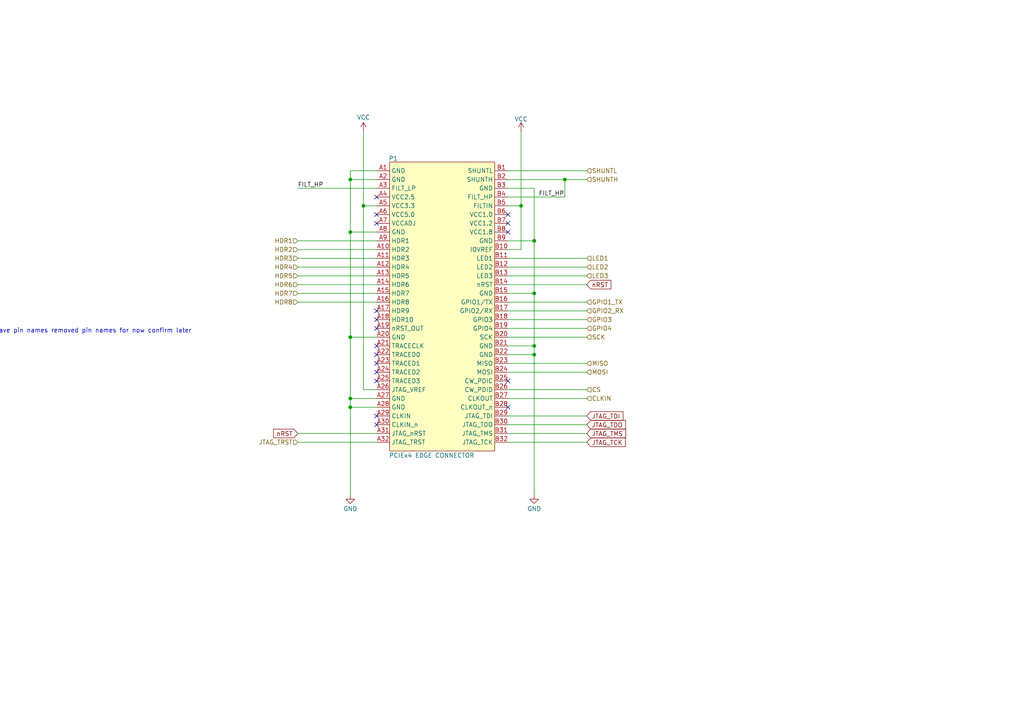
<source format=kicad_sch>
(kicad_sch (version 20231120) (generator "eeschema") (generator_version "8.0")
  (paper "A4")
  (lib_symbols
    (symbol "NAE_Connectors:CW312T-Template" (in_bom no)
      (property "Reference" "P" (at -15.24 3.81 0))
      (property "Value" "PCIEx4 EDGE CONNECTOR " (at 3.81 3.81 0))
      (symbol "CW312T-Template_1_1"
        (rectangle (start -15.24 2.54) (end 15.24 -81.28) (fill (type background)))
        (pin unspecified line (at -19.05 0 0) (length 3.81) (name "GND") (number "A1"))
        (pin unspecified line (at -19.05 -22.86 0) (length 3.81) (name "HDR2") (number "A10"))
        (pin unspecified line (at -19.05 -25.4 0) (length 3.81) (name "HDR3") (number "A11"))
        (pin unspecified line (at -19.05 -27.94 0) (length 3.81) (name "HDR4") (number "A12"))
        (pin unspecified line (at -19.05 -30.48 0) (length 3.81) (name "HDR5") (number "A13"))
        (pin unspecified line (at -19.05 -33.02 0) (length 3.81) (name "HDR6") (number "A14"))
        (pin unspecified line (at -19.05 -35.56 0) (length 3.81) (name "HDR7") (number "A15"))
        (pin unspecified line (at -19.05 -38.1 0) (length 3.81) (name "HDR8") (number "A16"))
        (pin unspecified line (at -19.05 -40.64 0) (length 3.81) (name "HDR9") (number "A17"))
        (pin unspecified line (at -19.05 -43.18 0) (length 3.81) (name "HDR10") (number "A18"))
        (pin unspecified line (at -19.05 -45.72 0) (length 3.81) (name "nRST_OUT") (number "A19"))
        (pin unspecified line (at -19.05 -2.54 0) (length 3.81) (name "GND") (number "A2"))
        (pin unspecified line (at -19.05 -48.26 0) (length 3.81) (name "GND") (number "A20"))
        (pin unspecified line (at -19.05 -50.8 0) (length 3.81) (name "TRACECLK") (number "A21"))
        (pin unspecified line (at -19.05 -53.34 0) (length 3.81) (name "TRACED0") (number "A22"))
        (pin unspecified line (at -19.05 -55.88 0) (length 3.81) (name "TRACED1") (number "A23"))
        (pin unspecified line (at -19.05 -58.42 0) (length 3.81) (name "TRACED2") (number "A24"))
        (pin unspecified line (at -19.05 -60.96 0) (length 3.81) (name "TRACED3") (number "A25"))
        (pin unspecified line (at -19.05 -63.5 0) (length 3.81) (name "JTAG_VREF") (number "A26"))
        (pin unspecified line (at -19.05 -66.04 0) (length 3.81) (name "GND") (number "A27"))
        (pin unspecified line (at -19.05 -68.58 0) (length 3.81) (name "GND") (number "A28"))
        (pin unspecified line (at -19.05 -71.12 0) (length 3.81) (name "CLKIN") (number "A29"))
        (pin unspecified line (at -19.05 -5.08 0) (length 3.81) (name "FILT_LP") (number "A3"))
        (pin unspecified line (at -19.05 -73.66 0) (length 3.81) (name "CLKIN_n") (number "A30"))
        (pin unspecified line (at -19.05 -76.2 0) (length 3.81) (name "JTAG_nRST") (number "A31"))
        (pin unspecified line (at -19.05 -78.74 0) (length 3.81) (name "JTAG_TRST") (number "A32"))
        (pin unspecified line (at -19.05 -7.62 0) (length 3.81) (name "VCC2.5") (number "A4"))
        (pin unspecified line (at -19.05 -10.16 0) (length 3.81) (name "VCC3.3") (number "A5"))
        (pin unspecified line (at -19.05 -12.7 0) (length 3.81) (name "VCC5.0") (number "A6"))
        (pin unspecified line (at -19.05 -15.24 0) (length 3.81) (name "VCCADJ") (number "A7"))
        (pin unspecified line (at -19.05 -17.78 0) (length 3.81) (name "GND") (number "A8"))
        (pin unspecified line (at -19.05 -20.32 0) (length 3.81) (name "HDR1") (number "A9"))
        (pin unspecified line (at 19.05 0 180) (length 3.81) (name "SHUNTL") (number "B1"))
        (pin unspecified line (at 19.05 -22.86 180) (length 3.81) (name "IOVREF") (number "B10"))
        (pin unspecified line (at 19.05 -25.4 180) (length 3.81) (name "LED1") (number "B11"))
        (pin unspecified line (at 19.05 -27.94 180) (length 3.81) (name "LED2") (number "B12"))
        (pin unspecified line (at 19.05 -30.48 180) (length 3.81) (name "LED3") (number "B13"))
        (pin unspecified line (at 19.05 -33.02 180) (length 3.81) (name "nRST") (number "B14"))
        (pin unspecified line (at 19.05 -35.56 180) (length 3.81) (name "GND") (number "B15"))
        (pin unspecified line (at 19.05 -38.1 180) (length 3.81) (name "GPIO1/TX") (number "B16"))
        (pin unspecified line (at 19.05 -40.64 180) (length 3.81) (name "GPIO2/RX") (number "B17"))
        (pin unspecified line (at 19.05 -43.18 180) (length 3.81) (name "GPIO3") (number "B18"))
        (pin unspecified line (at 19.05 -45.72 180) (length 3.81) (name "GPIO4") (number "B19"))
        (pin unspecified line (at 19.05 -2.54 180) (length 3.81) (name "SHUNTH") (number "B2"))
        (pin unspecified line (at 19.05 -48.26 180) (length 3.81) (name "SCK") (number "B20"))
        (pin unspecified line (at 19.05 -50.8 180) (length 3.81) (name "GND") (number "B21"))
        (pin unspecified line (at 19.05 -53.34 180) (length 3.81) (name "GND") (number "B22"))
        (pin unspecified line (at 19.05 -55.88 180) (length 3.81) (name "MISO") (number "B23"))
        (pin unspecified line (at 19.05 -58.42 180) (length 3.81) (name "MOSI") (number "B24"))
        (pin unspecified line (at 19.05 -60.96 180) (length 3.81) (name "CW_PDIC") (number "B25"))
        (pin unspecified line (at 19.05 -63.5 180) (length 3.81) (name "CW_PDID") (number "B26"))
        (pin unspecified line (at 19.05 -66.04 180) (length 3.81) (name "CLKOUT") (number "B27"))
        (pin unspecified line (at 19.05 -68.58 180) (length 3.81) (name "CLKOUT_n") (number "B28"))
        (pin unspecified line (at 19.05 -71.12 180) (length 3.81) (name "JTAG_TDI") (number "B29"))
        (pin unspecified line (at 19.05 -5.08 180) (length 3.81) (name "GND") (number "B3"))
        (pin unspecified line (at 19.05 -73.66 180) (length 3.81) (name "JTAG_TDO") (number "B30"))
        (pin unspecified line (at 19.05 -76.2 180) (length 3.81) (name "JTAG_TMS") (number "B31"))
        (pin unspecified line (at 19.05 -78.74 180) (length 3.81) (name "JTAG_TCK") (number "B32"))
        (pin unspecified line (at 19.05 -7.62 180) (length 3.81) (name "FILT_HP") (number "B4"))
        (pin unspecified line (at 19.05 -10.16 180) (length 3.81) (name "FILTIN") (number "B5"))
        (pin unspecified line (at 19.05 -12.7 180) (length 3.81) (name "VCC1.0") (number "B6"))
        (pin unspecified line (at 19.05 -15.24 180) (length 3.81) (name "VCC1.2") (number "B7"))
        (pin unspecified line (at 19.05 -17.78 180) (length 3.81) (name "VCC1.8") (number "B8"))
        (pin unspecified line (at 19.05 -20.32 180) (length 3.81) (name "GND") (number "B9"))
      )
    )
    (symbol "power:GND" (power) (pin_numbers hide) (pin_names (offset 0) hide)
      (property "Value" "GND" (at 0 -3.81 0))
      (symbol "GND_0_1"
        (polyline (pts (xy 0 0) (xy 0 -1.27) (xy 1.27 -1.27) (xy 0 -2.54) (xy -1.27 -1.27) (xy 0 -1.27)))
      )
      (symbol "GND_1_1"
        (pin power_in line (at 0 0 270) (length 0) (name "~") (number "1"))
      )
    )
    (symbol "power:VCC" (power) (pin_numbers hide) (pin_names (offset 0) hide)
      (property "Value" "VCC" (at 0 3.556 0))
      (symbol "VCC_0_1"
        (polyline (pts (xy -0.762 1.27) (xy 0 2.54)))
        (polyline (pts (xy 0 0) (xy 0 2.54)))
        (polyline (pts (xy 0 2.54) (xy 0.762 1.27)))
      )
      (symbol "VCC_1_1"
        (pin power_in line (at 0 0 90) (length 0) (name "~") (number "1"))
      )
    )
  )
  (junction (at 101.6 118.11))
  (junction (at 101.6 52.07))
  (junction (at 105.41 59.69))
  (junction (at 154.94 100.33))
  (junction (at 101.6 115.57))
  (junction (at 151.13 59.69))
  (junction (at 154.94 69.85))
  (junction (at 163.83 52.07))
  (junction (at 154.94 85.09))
  (junction (at 101.6 97.79))
  (junction (at 101.6 67.31))
  (junction (at 154.94 102.87))
  (no_connect (at 109.22 95.25))
  (no_connect (at 109.22 62.23))
  (no_connect (at 109.22 92.71))
  (no_connect (at 109.22 64.77))
  (no_connect (at 109.22 123.19))
  (no_connect (at 147.32 64.77))
  (no_connect (at 109.22 102.87))
  (no_connect (at 109.22 105.41))
  (no_connect (at 147.32 118.11))
  (no_connect (at 109.22 107.95))
  (no_connect (at 147.32 62.23))
  (no_connect (at 147.32 67.31))
  (no_connect (at 147.32 110.49))
  (no_connect (at 109.22 57.15))
  (no_connect (at 109.22 110.49))
  (no_connect (at 109.22 120.65))
  (no_connect (at 109.22 100.33))
  (no_connect (at 109.22 90.17))
  (wire (pts (xy 147.32 87.63) (xy 170.18 87.63)))
  (wire (pts (xy 86.36 128.27) (xy 109.22 128.27)))
  (wire (pts (xy 86.36 72.39) (xy 109.22 72.39)))
  (wire (pts (xy 147.32 54.61) (xy 154.94 54.61)))
  (wire (pts (xy 147.32 97.79) (xy 170.18 97.79)))
  (wire (pts (xy 101.6 115.57) (xy 101.6 118.11)))
  (wire (pts (xy 147.32 72.39) (xy 151.13 72.39)))
  (wire (pts (xy 154.94 102.87) (xy 154.94 143.51)))
  (wire (pts (xy 147.32 49.53) (xy 170.18 49.53)))
  (wire (pts (xy 163.83 52.07) (xy 170.18 52.07)))
  (wire (pts (xy 151.13 38.1) (xy 151.13 59.69)))
  (wire (pts (xy 163.83 57.15) (xy 163.83 52.07)))
  (wire (pts (xy 101.6 118.11) (xy 101.6 143.51)))
  (wire (pts (xy 147.32 128.27) (xy 170.18 128.27)))
  (wire (pts (xy 86.36 85.09) (xy 109.22 85.09)))
  (wire (pts (xy 105.41 59.69) (xy 109.22 59.69)))
  (wire (pts (xy 154.94 85.09) (xy 154.94 100.33)))
  (wire (pts (xy 147.32 90.17) (xy 170.18 90.17)))
  (wire (pts (xy 147.32 125.73) (xy 170.18 125.73)))
  (wire (pts (xy 147.32 82.55) (xy 170.18 82.55)))
  (wire (pts (xy 147.32 85.09) (xy 154.94 85.09)))
  (wire (pts (xy 147.32 105.41) (xy 170.18 105.41)))
  (wire (pts (xy 147.32 115.57) (xy 170.18 115.57)))
  (wire (pts (xy 147.32 102.87) (xy 154.94 102.87)))
  (wire (pts (xy 86.36 82.55) (xy 109.22 82.55)))
  (wire (pts (xy 86.36 77.47) (xy 109.22 77.47)))
  (wire (pts (xy 101.6 49.53) (xy 109.22 49.53)))
  (wire (pts (xy 105.41 113.03) (xy 109.22 113.03)))
  (wire (pts (xy 147.32 80.01) (xy 170.18 80.01)))
  (wire (pts (xy 101.6 97.79) (xy 101.6 115.57)))
  (wire (pts (xy 147.32 92.71) (xy 170.18 92.71)))
  (wire (pts (xy 101.6 115.57) (xy 109.22 115.57)))
  (wire (pts (xy 147.32 74.93) (xy 170.18 74.93)))
  (wire (pts (xy 147.32 120.65) (xy 170.18 120.65)))
  (wire (pts (xy 154.94 100.33) (xy 154.94 102.87)))
  (wire (pts (xy 86.36 125.73) (xy 109.22 125.73)))
  (wire (pts (xy 86.36 69.85) (xy 109.22 69.85)))
  (wire (pts (xy 105.41 59.69) (xy 105.41 113.03)))
  (wire (pts (xy 147.32 69.85) (xy 154.94 69.85)))
  (wire (pts (xy 147.32 77.47) (xy 170.18 77.47)))
  (wire (pts (xy 147.32 107.95) (xy 170.18 107.95)))
  (wire (pts (xy 147.32 113.03) (xy 170.18 113.03)))
  (wire (pts (xy 147.32 123.19) (xy 170.18 123.19)))
  (wire (pts (xy 101.6 52.07) (xy 109.22 52.07)))
  (wire (pts (xy 101.6 67.31) (xy 101.6 97.79)))
  (wire (pts (xy 86.36 74.93) (xy 109.22 74.93)))
  (wire (pts (xy 154.94 69.85) (xy 154.94 85.09)))
  (wire (pts (xy 101.6 49.53) (xy 101.6 52.07)))
  (wire (pts (xy 86.36 87.63) (xy 109.22 87.63)))
  (wire (pts (xy 101.6 97.79) (xy 109.22 97.79)))
  (wire (pts (xy 101.6 67.31) (xy 109.22 67.31)))
  (wire (pts (xy 147.32 59.69) (xy 151.13 59.69)))
  (wire (pts (xy 147.32 57.15) (xy 163.83 57.15)))
  (wire (pts (xy 105.41 59.69) (xy 105.41 38.1)))
  (wire (pts (xy 151.13 59.69) (xy 151.13 72.39)))
  (wire (pts (xy 101.6 118.11) (xy 109.22 118.11)))
  (wire (pts (xy 147.32 95.25) (xy 170.18 95.25)))
  (wire (pts (xy 154.94 54.61) (xy 154.94 69.85)))
  (wire (pts (xy 86.36 54.61) (xy 109.22 54.61)))
  (wire (pts (xy 147.32 52.07) (xy 163.83 52.07)))
  (wire (pts (xy 147.32 100.33) (xy 154.94 100.33)))
  (wire (pts (xy 86.36 80.01) (xy 109.22 80.01)))
  (wire (pts (xy 101.6 52.07) (xy 101.6 67.31)))
  (text "HDR9 and HDR10 have no connections on the old schematic to the ic or header but have pin names removed pin names for now confirm later" (at -14.986 96.012 0) (effects (font (size 1.27 1.27))))
  (label "FILT_HP" (at 156.21 57.15 0))
  (label "FILT_HP" (at 86.36 54.61 0))
  (global_label "nRST" (shape input) (at 86.36 125.73 180) (property "Intersheetrefs" "${INTERSHEET_REFS}" (effects (hide yes))))
  (global_label "JTAG_TDO" (shape input) (at 170.18 123.19 0) (property "Intersheetrefs" "${INTERSHEET_REFS}" (effects (hide yes))))
  (global_label "JTAG_TCK" (shape input) (at 170.18 128.27 0) (property "Intersheetrefs" "${INTERSHEET_REFS}" (effects (hide yes))))
  (global_label "JTAG_TDI" (shape input) (at 170.18 120.65 0) (property "Intersheetrefs" "${INTERSHEET_REFS}" (effects (hide yes))))
  (global_label "JTAG_TMS" (shape input) (at 170.18 125.73 0) (property "Intersheetrefs" "${INTERSHEET_REFS}" (effects (hide yes))))
  (global_label "nRST" (shape input) (at 170.18 82.55 0) (property "Intersheetrefs" "${INTERSHEET_REFS}" (effects (hide yes))))
  (hierarchical_label "LED1" (shape input) (at 170.18 74.93 0))
  (hierarchical_label "CLKIN" (shape input) (at 170.18 115.57 0))
  (hierarchical_label "HDR5" (shape input) (at 86.36 80.01 180))
  (hierarchical_label "SCK" (shape input) (at 170.18 97.79 0))
  (hierarchical_label "GPIO1_TX" (shape input) (at 170.18 87.63 0))
  (hierarchical_label "HDR8" (shape input) (at 86.36 87.63 180))
  (hierarchical_label "LED3" (shape input) (at 170.18 80.01 0))
  (hierarchical_label "MOSI" (shape input) (at 170.18 107.95 0))
  (hierarchical_label "MISO" (shape input) (at 170.18 105.41 0))
  (hierarchical_label "LED2" (shape input) (at 170.18 77.47 0))
  (hierarchical_label "HDR1" (shape input) (at 86.36 69.85 180))
  (hierarchical_label "JTAG_TRST" (shape input) (at 86.36 128.27 180))
  (hierarchical_label "GPIO2_RX" (shape input) (at 170.18 90.17 0))
  (hierarchical_label "GPIO3" (shape input) (at 170.18 92.71 0))
  (hierarchical_label "HDR4" (shape input) (at 86.36 77.47 180))
  (hierarchical_label "HDR3" (shape input) (at 86.36 74.93 180))
  (hierarchical_label "CS" (shape input) (at 170.18 113.03 0))
  (hierarchical_label "HDR6" (shape input) (at 86.36 82.55 180))
  (hierarchical_label "HDR7" (shape input) (at 86.36 85.09 180))
  (hierarchical_label "GPIO4" (shape input) (at 170.18 95.25 0))
  (hierarchical_label "HDR2" (shape input) (at 86.36 72.39 180))
  (hierarchical_label "SHUNTH" (shape input) (at 170.18 52.07 0))
  (hierarchical_label "SHUNTL" (shape input) (at 170.18 49.53 0))
  (symbol (lib_id "power:GND") (at 101.6 143.51 0) (unit 1)
    (property "Reference" "#PWR02" (effects (hide yes)))
    (property "Value" "GND" (at 101.6 147.574 0))
    (property "Description" "Power symbol creates a global label with name \"GND\" , ground" (effects (hide yes)))
  )
  (symbol (lib_id "power:VCC") (at 105.41 38.1 0) (unit 1)
    (property "Reference" "#PWR01" (effects (hide yes)))
    (property "Value" "VCC" (at 105.41 34.036 0))
    (property "Description" "Power symbol creates a global label with name \"VCC\"" (effects (hide yes)))
  )
  (symbol (lib_id "NAE_Connectors:CW312T-Template") (at 128.27 49.53 0) (unit 1) (in_bom no)
    (property "Reference" "P1" (at 114.046 45.974 0))
    (property "Value" "PCIEx4 EDGE CONNECTOR" (at 125.222 132.08 0))
    (property "Footprint" "tutorial_2_library:CW312_Template" (effects (hide yes)))
    (property "Description" "BOARD AND EDGE CONNECTOR TEMPLATE FOR CW312 TARGETS" (effects (hide yes)))
  )
  (symbol (lib_id "power:VCC") (at 151.13 38.1 0) (unit 1)
    (property "Reference" "#PWR04" (effects (hide yes)))
    (property "Value" "VCC" (at 151.13 34.544 0))
    (property "Description" "Power symbol creates a global label with name \"VCC\"" (effects (hide yes)))
  )
  (symbol (lib_id "power:GND") (at 154.94 143.51 0) (unit 1)
    (property "Reference" "#PWR03" (effects (hide yes)))
    (property "Value" "GND" (at 154.94 147.574 0))
    (property "Description" "Power symbol creates a global label with name \"GND\" , ground" (effects (hide yes)))
  )
)
</source>
